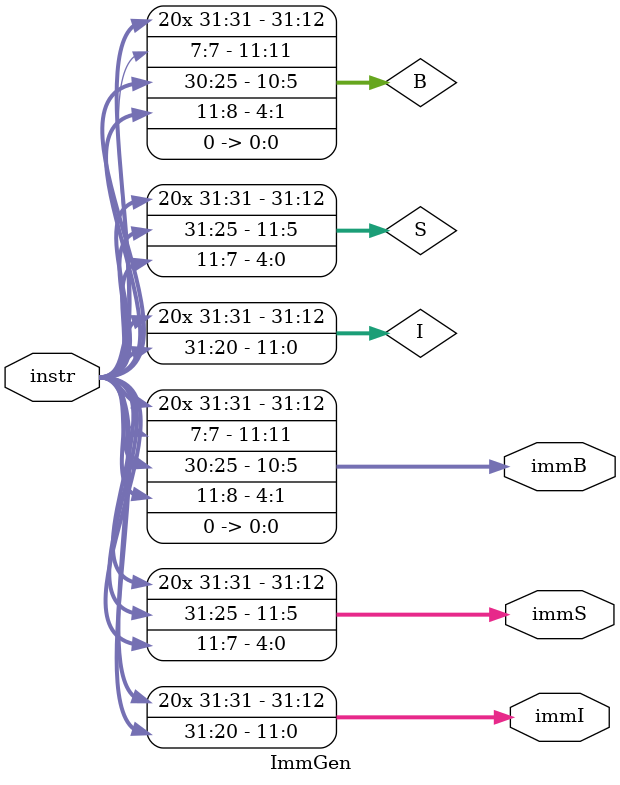
<source format=v>
`timescale 1ns/1ps
module ImmGen(
  input  [31:0] instr,
  output [31:0] immI,  // I-type: addi/lw
  output [31:0] immS,  // S-type: sw
  output [31:0] immB   // B-type: bne
);
  // I: [31:20]
  wire [31:0] I = {{20{instr[31]}}, instr[31:20]};
  // S: [31:25] [11:7]
  wire [31:0] S = {{20{instr[31]}}, instr[31:25], instr[11:7]};
  // B: [31] [7] [30:25] [11:8] [0]=0
  wire [31:0] B = {{19{instr[31]}}, instr[31], instr[7], instr[30:25], instr[11:8], 1'b0};

  assign immI = I;
  assign immS = S;
  assign immB = B;
endmodule

</source>
